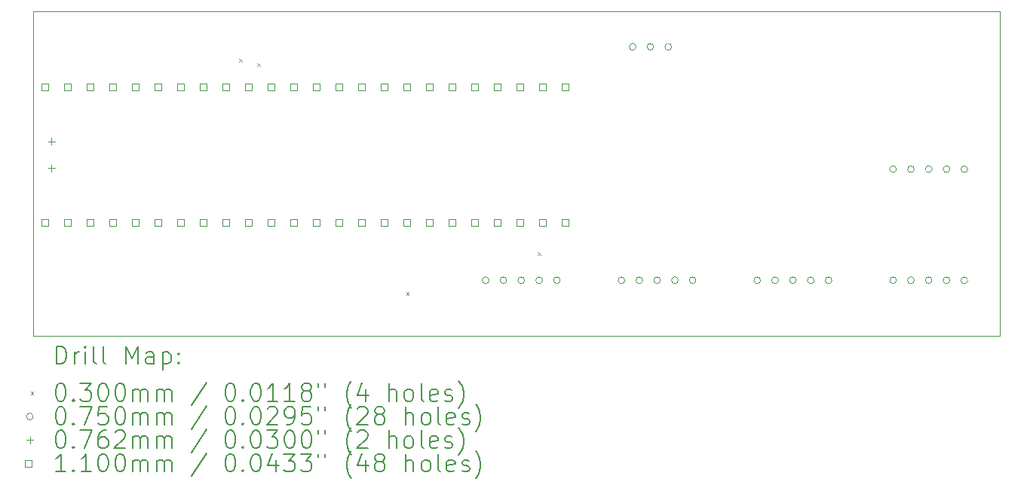
<source format=gbr>
%TF.GenerationSoftware,KiCad,Pcbnew,8.0.0*%
%TF.CreationDate,2025-02-04T21:38:55+01:00*%
%TF.ProjectId,ni404,6e693430-342e-46b6-9963-61645f706362,rev?*%
%TF.SameCoordinates,Original*%
%TF.FileFunction,Drillmap*%
%TF.FilePolarity,Positive*%
%FSLAX45Y45*%
G04 Gerber Fmt 4.5, Leading zero omitted, Abs format (unit mm)*
G04 Created by KiCad (PCBNEW 8.0.0) date 2025-02-04 21:38:55*
%MOMM*%
%LPD*%
G01*
G04 APERTURE LIST*
%ADD10C,0.050000*%
%ADD11C,0.200000*%
%ADD12C,0.100000*%
%ADD13C,0.110000*%
G04 APERTURE END LIST*
D10*
X3098000Y-2504000D02*
X13948000Y-2504000D01*
X13948000Y-6150000D01*
X3098000Y-6150000D01*
X3098000Y-2504000D01*
D11*
D12*
X5410000Y-3035000D02*
X5440000Y-3065000D01*
X5440000Y-3035000D02*
X5410000Y-3065000D01*
X5610000Y-3085000D02*
X5640000Y-3115000D01*
X5640000Y-3085000D02*
X5610000Y-3115000D01*
X7285000Y-5660000D02*
X7315000Y-5690000D01*
X7315000Y-5660000D02*
X7285000Y-5690000D01*
X8760000Y-5210000D02*
X8790000Y-5240000D01*
X8790000Y-5210000D02*
X8760000Y-5240000D01*
X8212500Y-5525000D02*
G75*
G02*
X8137500Y-5525000I-37500J0D01*
G01*
X8137500Y-5525000D02*
G75*
G02*
X8212500Y-5525000I37500J0D01*
G01*
X8412500Y-5525000D02*
G75*
G02*
X8337500Y-5525000I-37500J0D01*
G01*
X8337500Y-5525000D02*
G75*
G02*
X8412500Y-5525000I37500J0D01*
G01*
X8612500Y-5525000D02*
G75*
G02*
X8537500Y-5525000I-37500J0D01*
G01*
X8537500Y-5525000D02*
G75*
G02*
X8612500Y-5525000I37500J0D01*
G01*
X8812500Y-5525000D02*
G75*
G02*
X8737500Y-5525000I-37500J0D01*
G01*
X8737500Y-5525000D02*
G75*
G02*
X8812500Y-5525000I37500J0D01*
G01*
X9012500Y-5525000D02*
G75*
G02*
X8937500Y-5525000I-37500J0D01*
G01*
X8937500Y-5525000D02*
G75*
G02*
X9012500Y-5525000I37500J0D01*
G01*
X9737500Y-5525000D02*
G75*
G02*
X9662500Y-5525000I-37500J0D01*
G01*
X9662500Y-5525000D02*
G75*
G02*
X9737500Y-5525000I37500J0D01*
G01*
X9862500Y-2900000D02*
G75*
G02*
X9787500Y-2900000I-37500J0D01*
G01*
X9787500Y-2900000D02*
G75*
G02*
X9862500Y-2900000I37500J0D01*
G01*
X9937500Y-5525000D02*
G75*
G02*
X9862500Y-5525000I-37500J0D01*
G01*
X9862500Y-5525000D02*
G75*
G02*
X9937500Y-5525000I37500J0D01*
G01*
X10062500Y-2900000D02*
G75*
G02*
X9987500Y-2900000I-37500J0D01*
G01*
X9987500Y-2900000D02*
G75*
G02*
X10062500Y-2900000I37500J0D01*
G01*
X10137500Y-5525000D02*
G75*
G02*
X10062500Y-5525000I-37500J0D01*
G01*
X10062500Y-5525000D02*
G75*
G02*
X10137500Y-5525000I37500J0D01*
G01*
X10262500Y-2900000D02*
G75*
G02*
X10187500Y-2900000I-37500J0D01*
G01*
X10187500Y-2900000D02*
G75*
G02*
X10262500Y-2900000I37500J0D01*
G01*
X10337500Y-5525000D02*
G75*
G02*
X10262500Y-5525000I-37500J0D01*
G01*
X10262500Y-5525000D02*
G75*
G02*
X10337500Y-5525000I37500J0D01*
G01*
X10537500Y-5525000D02*
G75*
G02*
X10462500Y-5525000I-37500J0D01*
G01*
X10462500Y-5525000D02*
G75*
G02*
X10537500Y-5525000I37500J0D01*
G01*
X11262500Y-5525000D02*
G75*
G02*
X11187500Y-5525000I-37500J0D01*
G01*
X11187500Y-5525000D02*
G75*
G02*
X11262500Y-5525000I37500J0D01*
G01*
X11462500Y-5525000D02*
G75*
G02*
X11387500Y-5525000I-37500J0D01*
G01*
X11387500Y-5525000D02*
G75*
G02*
X11462500Y-5525000I37500J0D01*
G01*
X11662500Y-5525000D02*
G75*
G02*
X11587500Y-5525000I-37500J0D01*
G01*
X11587500Y-5525000D02*
G75*
G02*
X11662500Y-5525000I37500J0D01*
G01*
X11862500Y-5525000D02*
G75*
G02*
X11787500Y-5525000I-37500J0D01*
G01*
X11787500Y-5525000D02*
G75*
G02*
X11862500Y-5525000I37500J0D01*
G01*
X12062500Y-5525000D02*
G75*
G02*
X11987500Y-5525000I-37500J0D01*
G01*
X11987500Y-5525000D02*
G75*
G02*
X12062500Y-5525000I37500J0D01*
G01*
X12787500Y-4275000D02*
G75*
G02*
X12712500Y-4275000I-37500J0D01*
G01*
X12712500Y-4275000D02*
G75*
G02*
X12787500Y-4275000I37500J0D01*
G01*
X12787500Y-5525000D02*
G75*
G02*
X12712500Y-5525000I-37500J0D01*
G01*
X12712500Y-5525000D02*
G75*
G02*
X12787500Y-5525000I37500J0D01*
G01*
X12987500Y-4275000D02*
G75*
G02*
X12912500Y-4275000I-37500J0D01*
G01*
X12912500Y-4275000D02*
G75*
G02*
X12987500Y-4275000I37500J0D01*
G01*
X12987500Y-5525000D02*
G75*
G02*
X12912500Y-5525000I-37500J0D01*
G01*
X12912500Y-5525000D02*
G75*
G02*
X12987500Y-5525000I37500J0D01*
G01*
X13187500Y-4275000D02*
G75*
G02*
X13112500Y-4275000I-37500J0D01*
G01*
X13112500Y-4275000D02*
G75*
G02*
X13187500Y-4275000I37500J0D01*
G01*
X13187500Y-5525000D02*
G75*
G02*
X13112500Y-5525000I-37500J0D01*
G01*
X13112500Y-5525000D02*
G75*
G02*
X13187500Y-5525000I37500J0D01*
G01*
X13387500Y-4275000D02*
G75*
G02*
X13312500Y-4275000I-37500J0D01*
G01*
X13312500Y-4275000D02*
G75*
G02*
X13387500Y-4275000I37500J0D01*
G01*
X13387500Y-5525000D02*
G75*
G02*
X13312500Y-5525000I-37500J0D01*
G01*
X13312500Y-5525000D02*
G75*
G02*
X13387500Y-5525000I37500J0D01*
G01*
X13587500Y-4275000D02*
G75*
G02*
X13512500Y-4275000I-37500J0D01*
G01*
X13512500Y-4275000D02*
G75*
G02*
X13587500Y-4275000I37500J0D01*
G01*
X13587500Y-5525000D02*
G75*
G02*
X13512500Y-5525000I-37500J0D01*
G01*
X13512500Y-5525000D02*
G75*
G02*
X13587500Y-5525000I37500J0D01*
G01*
X3300000Y-3923900D02*
X3300000Y-4000100D01*
X3261900Y-3962000D02*
X3338100Y-3962000D01*
X3300000Y-4223900D02*
X3300000Y-4300100D01*
X3261900Y-4262000D02*
X3338100Y-4262000D01*
D13*
X3267891Y-3388891D02*
X3267891Y-3311109D01*
X3190109Y-3311109D01*
X3190109Y-3388891D01*
X3267891Y-3388891D01*
X3267891Y-4912891D02*
X3267891Y-4835109D01*
X3190109Y-4835109D01*
X3190109Y-4912891D01*
X3267891Y-4912891D01*
X3521891Y-3388891D02*
X3521891Y-3311109D01*
X3444109Y-3311109D01*
X3444109Y-3388891D01*
X3521891Y-3388891D01*
X3521891Y-4912891D02*
X3521891Y-4835109D01*
X3444109Y-4835109D01*
X3444109Y-4912891D01*
X3521891Y-4912891D01*
X3775891Y-3388891D02*
X3775891Y-3311109D01*
X3698109Y-3311109D01*
X3698109Y-3388891D01*
X3775891Y-3388891D01*
X3775891Y-4912891D02*
X3775891Y-4835109D01*
X3698109Y-4835109D01*
X3698109Y-4912891D01*
X3775891Y-4912891D01*
X4029891Y-3388891D02*
X4029891Y-3311109D01*
X3952109Y-3311109D01*
X3952109Y-3388891D01*
X4029891Y-3388891D01*
X4029891Y-4912891D02*
X4029891Y-4835109D01*
X3952109Y-4835109D01*
X3952109Y-4912891D01*
X4029891Y-4912891D01*
X4283891Y-3388891D02*
X4283891Y-3311109D01*
X4206109Y-3311109D01*
X4206109Y-3388891D01*
X4283891Y-3388891D01*
X4283891Y-4912891D02*
X4283891Y-4835109D01*
X4206109Y-4835109D01*
X4206109Y-4912891D01*
X4283891Y-4912891D01*
X4537891Y-3388891D02*
X4537891Y-3311109D01*
X4460109Y-3311109D01*
X4460109Y-3388891D01*
X4537891Y-3388891D01*
X4537891Y-4912891D02*
X4537891Y-4835109D01*
X4460109Y-4835109D01*
X4460109Y-4912891D01*
X4537891Y-4912891D01*
X4791891Y-3388891D02*
X4791891Y-3311109D01*
X4714109Y-3311109D01*
X4714109Y-3388891D01*
X4791891Y-3388891D01*
X4791891Y-4912891D02*
X4791891Y-4835109D01*
X4714109Y-4835109D01*
X4714109Y-4912891D01*
X4791891Y-4912891D01*
X5045891Y-3388891D02*
X5045891Y-3311109D01*
X4968109Y-3311109D01*
X4968109Y-3388891D01*
X5045891Y-3388891D01*
X5045891Y-4912891D02*
X5045891Y-4835109D01*
X4968109Y-4835109D01*
X4968109Y-4912891D01*
X5045891Y-4912891D01*
X5299891Y-3388891D02*
X5299891Y-3311109D01*
X5222109Y-3311109D01*
X5222109Y-3388891D01*
X5299891Y-3388891D01*
X5299891Y-4912891D02*
X5299891Y-4835109D01*
X5222109Y-4835109D01*
X5222109Y-4912891D01*
X5299891Y-4912891D01*
X5553891Y-3388891D02*
X5553891Y-3311109D01*
X5476109Y-3311109D01*
X5476109Y-3388891D01*
X5553891Y-3388891D01*
X5553891Y-4912891D02*
X5553891Y-4835109D01*
X5476109Y-4835109D01*
X5476109Y-4912891D01*
X5553891Y-4912891D01*
X5807891Y-3388891D02*
X5807891Y-3311109D01*
X5730109Y-3311109D01*
X5730109Y-3388891D01*
X5807891Y-3388891D01*
X5807891Y-4912891D02*
X5807891Y-4835109D01*
X5730109Y-4835109D01*
X5730109Y-4912891D01*
X5807891Y-4912891D01*
X6061891Y-3388891D02*
X6061891Y-3311109D01*
X5984109Y-3311109D01*
X5984109Y-3388891D01*
X6061891Y-3388891D01*
X6061891Y-4912891D02*
X6061891Y-4835109D01*
X5984109Y-4835109D01*
X5984109Y-4912891D01*
X6061891Y-4912891D01*
X6315891Y-3388891D02*
X6315891Y-3311109D01*
X6238109Y-3311109D01*
X6238109Y-3388891D01*
X6315891Y-3388891D01*
X6315891Y-4912891D02*
X6315891Y-4835109D01*
X6238109Y-4835109D01*
X6238109Y-4912891D01*
X6315891Y-4912891D01*
X6569891Y-3388891D02*
X6569891Y-3311109D01*
X6492109Y-3311109D01*
X6492109Y-3388891D01*
X6569891Y-3388891D01*
X6569891Y-4912891D02*
X6569891Y-4835109D01*
X6492109Y-4835109D01*
X6492109Y-4912891D01*
X6569891Y-4912891D01*
X6823891Y-3388891D02*
X6823891Y-3311109D01*
X6746109Y-3311109D01*
X6746109Y-3388891D01*
X6823891Y-3388891D01*
X6823891Y-4912891D02*
X6823891Y-4835109D01*
X6746109Y-4835109D01*
X6746109Y-4912891D01*
X6823891Y-4912891D01*
X7077891Y-3388891D02*
X7077891Y-3311109D01*
X7000109Y-3311109D01*
X7000109Y-3388891D01*
X7077891Y-3388891D01*
X7077891Y-4912891D02*
X7077891Y-4835109D01*
X7000109Y-4835109D01*
X7000109Y-4912891D01*
X7077891Y-4912891D01*
X7331891Y-3388891D02*
X7331891Y-3311109D01*
X7254109Y-3311109D01*
X7254109Y-3388891D01*
X7331891Y-3388891D01*
X7331891Y-4912891D02*
X7331891Y-4835109D01*
X7254109Y-4835109D01*
X7254109Y-4912891D01*
X7331891Y-4912891D01*
X7585891Y-3388891D02*
X7585891Y-3311109D01*
X7508109Y-3311109D01*
X7508109Y-3388891D01*
X7585891Y-3388891D01*
X7585891Y-4912891D02*
X7585891Y-4835109D01*
X7508109Y-4835109D01*
X7508109Y-4912891D01*
X7585891Y-4912891D01*
X7839891Y-3388891D02*
X7839891Y-3311109D01*
X7762109Y-3311109D01*
X7762109Y-3388891D01*
X7839891Y-3388891D01*
X7839891Y-4912891D02*
X7839891Y-4835109D01*
X7762109Y-4835109D01*
X7762109Y-4912891D01*
X7839891Y-4912891D01*
X8093891Y-3388891D02*
X8093891Y-3311109D01*
X8016109Y-3311109D01*
X8016109Y-3388891D01*
X8093891Y-3388891D01*
X8093891Y-4912891D02*
X8093891Y-4835109D01*
X8016109Y-4835109D01*
X8016109Y-4912891D01*
X8093891Y-4912891D01*
X8347891Y-3388891D02*
X8347891Y-3311109D01*
X8270109Y-3311109D01*
X8270109Y-3388891D01*
X8347891Y-3388891D01*
X8347891Y-4912891D02*
X8347891Y-4835109D01*
X8270109Y-4835109D01*
X8270109Y-4912891D01*
X8347891Y-4912891D01*
X8601891Y-3388891D02*
X8601891Y-3311109D01*
X8524109Y-3311109D01*
X8524109Y-3388891D01*
X8601891Y-3388891D01*
X8601891Y-4912891D02*
X8601891Y-4835109D01*
X8524109Y-4835109D01*
X8524109Y-4912891D01*
X8601891Y-4912891D01*
X8855891Y-3388891D02*
X8855891Y-3311109D01*
X8778109Y-3311109D01*
X8778109Y-3388891D01*
X8855891Y-3388891D01*
X8855891Y-4912891D02*
X8855891Y-4835109D01*
X8778109Y-4835109D01*
X8778109Y-4912891D01*
X8855891Y-4912891D01*
X9109891Y-3388891D02*
X9109891Y-3311109D01*
X9032109Y-3311109D01*
X9032109Y-3388891D01*
X9109891Y-3388891D01*
X9109891Y-4912891D02*
X9109891Y-4835109D01*
X9032109Y-4835109D01*
X9032109Y-4912891D01*
X9109891Y-4912891D01*
D11*
X3356277Y-6463984D02*
X3356277Y-6263984D01*
X3356277Y-6263984D02*
X3403896Y-6263984D01*
X3403896Y-6263984D02*
X3432467Y-6273508D01*
X3432467Y-6273508D02*
X3451515Y-6292555D01*
X3451515Y-6292555D02*
X3461039Y-6311603D01*
X3461039Y-6311603D02*
X3470562Y-6349698D01*
X3470562Y-6349698D02*
X3470562Y-6378269D01*
X3470562Y-6378269D02*
X3461039Y-6416365D01*
X3461039Y-6416365D02*
X3451515Y-6435412D01*
X3451515Y-6435412D02*
X3432467Y-6454460D01*
X3432467Y-6454460D02*
X3403896Y-6463984D01*
X3403896Y-6463984D02*
X3356277Y-6463984D01*
X3556277Y-6463984D02*
X3556277Y-6330650D01*
X3556277Y-6368746D02*
X3565801Y-6349698D01*
X3565801Y-6349698D02*
X3575324Y-6340174D01*
X3575324Y-6340174D02*
X3594372Y-6330650D01*
X3594372Y-6330650D02*
X3613420Y-6330650D01*
X3680086Y-6463984D02*
X3680086Y-6330650D01*
X3680086Y-6263984D02*
X3670562Y-6273508D01*
X3670562Y-6273508D02*
X3680086Y-6283031D01*
X3680086Y-6283031D02*
X3689610Y-6273508D01*
X3689610Y-6273508D02*
X3680086Y-6263984D01*
X3680086Y-6263984D02*
X3680086Y-6283031D01*
X3803896Y-6463984D02*
X3784848Y-6454460D01*
X3784848Y-6454460D02*
X3775324Y-6435412D01*
X3775324Y-6435412D02*
X3775324Y-6263984D01*
X3908658Y-6463984D02*
X3889610Y-6454460D01*
X3889610Y-6454460D02*
X3880086Y-6435412D01*
X3880086Y-6435412D02*
X3880086Y-6263984D01*
X4137229Y-6463984D02*
X4137229Y-6263984D01*
X4137229Y-6263984D02*
X4203896Y-6406841D01*
X4203896Y-6406841D02*
X4270563Y-6263984D01*
X4270563Y-6263984D02*
X4270563Y-6463984D01*
X4451515Y-6463984D02*
X4451515Y-6359222D01*
X4451515Y-6359222D02*
X4441991Y-6340174D01*
X4441991Y-6340174D02*
X4422944Y-6330650D01*
X4422944Y-6330650D02*
X4384848Y-6330650D01*
X4384848Y-6330650D02*
X4365801Y-6340174D01*
X4451515Y-6454460D02*
X4432467Y-6463984D01*
X4432467Y-6463984D02*
X4384848Y-6463984D01*
X4384848Y-6463984D02*
X4365801Y-6454460D01*
X4365801Y-6454460D02*
X4356277Y-6435412D01*
X4356277Y-6435412D02*
X4356277Y-6416365D01*
X4356277Y-6416365D02*
X4365801Y-6397317D01*
X4365801Y-6397317D02*
X4384848Y-6387793D01*
X4384848Y-6387793D02*
X4432467Y-6387793D01*
X4432467Y-6387793D02*
X4451515Y-6378269D01*
X4546753Y-6330650D02*
X4546753Y-6530650D01*
X4546753Y-6340174D02*
X4565801Y-6330650D01*
X4565801Y-6330650D02*
X4603896Y-6330650D01*
X4603896Y-6330650D02*
X4622944Y-6340174D01*
X4622944Y-6340174D02*
X4632467Y-6349698D01*
X4632467Y-6349698D02*
X4641991Y-6368746D01*
X4641991Y-6368746D02*
X4641991Y-6425888D01*
X4641991Y-6425888D02*
X4632467Y-6444936D01*
X4632467Y-6444936D02*
X4622944Y-6454460D01*
X4622944Y-6454460D02*
X4603896Y-6463984D01*
X4603896Y-6463984D02*
X4565801Y-6463984D01*
X4565801Y-6463984D02*
X4546753Y-6454460D01*
X4727705Y-6444936D02*
X4737229Y-6454460D01*
X4737229Y-6454460D02*
X4727705Y-6463984D01*
X4727705Y-6463984D02*
X4718182Y-6454460D01*
X4718182Y-6454460D02*
X4727705Y-6444936D01*
X4727705Y-6444936D02*
X4727705Y-6463984D01*
X4727705Y-6340174D02*
X4737229Y-6349698D01*
X4737229Y-6349698D02*
X4727705Y-6359222D01*
X4727705Y-6359222D02*
X4718182Y-6349698D01*
X4718182Y-6349698D02*
X4727705Y-6340174D01*
X4727705Y-6340174D02*
X4727705Y-6359222D01*
D12*
X3065500Y-6777500D02*
X3095500Y-6807500D01*
X3095500Y-6777500D02*
X3065500Y-6807500D01*
D11*
X3394372Y-6683984D02*
X3413420Y-6683984D01*
X3413420Y-6683984D02*
X3432467Y-6693508D01*
X3432467Y-6693508D02*
X3441991Y-6703031D01*
X3441991Y-6703031D02*
X3451515Y-6722079D01*
X3451515Y-6722079D02*
X3461039Y-6760174D01*
X3461039Y-6760174D02*
X3461039Y-6807793D01*
X3461039Y-6807793D02*
X3451515Y-6845888D01*
X3451515Y-6845888D02*
X3441991Y-6864936D01*
X3441991Y-6864936D02*
X3432467Y-6874460D01*
X3432467Y-6874460D02*
X3413420Y-6883984D01*
X3413420Y-6883984D02*
X3394372Y-6883984D01*
X3394372Y-6883984D02*
X3375324Y-6874460D01*
X3375324Y-6874460D02*
X3365801Y-6864936D01*
X3365801Y-6864936D02*
X3356277Y-6845888D01*
X3356277Y-6845888D02*
X3346753Y-6807793D01*
X3346753Y-6807793D02*
X3346753Y-6760174D01*
X3346753Y-6760174D02*
X3356277Y-6722079D01*
X3356277Y-6722079D02*
X3365801Y-6703031D01*
X3365801Y-6703031D02*
X3375324Y-6693508D01*
X3375324Y-6693508D02*
X3394372Y-6683984D01*
X3546753Y-6864936D02*
X3556277Y-6874460D01*
X3556277Y-6874460D02*
X3546753Y-6883984D01*
X3546753Y-6883984D02*
X3537229Y-6874460D01*
X3537229Y-6874460D02*
X3546753Y-6864936D01*
X3546753Y-6864936D02*
X3546753Y-6883984D01*
X3622943Y-6683984D02*
X3746753Y-6683984D01*
X3746753Y-6683984D02*
X3680086Y-6760174D01*
X3680086Y-6760174D02*
X3708658Y-6760174D01*
X3708658Y-6760174D02*
X3727705Y-6769698D01*
X3727705Y-6769698D02*
X3737229Y-6779222D01*
X3737229Y-6779222D02*
X3746753Y-6798269D01*
X3746753Y-6798269D02*
X3746753Y-6845888D01*
X3746753Y-6845888D02*
X3737229Y-6864936D01*
X3737229Y-6864936D02*
X3727705Y-6874460D01*
X3727705Y-6874460D02*
X3708658Y-6883984D01*
X3708658Y-6883984D02*
X3651515Y-6883984D01*
X3651515Y-6883984D02*
X3632467Y-6874460D01*
X3632467Y-6874460D02*
X3622943Y-6864936D01*
X3870562Y-6683984D02*
X3889610Y-6683984D01*
X3889610Y-6683984D02*
X3908658Y-6693508D01*
X3908658Y-6693508D02*
X3918182Y-6703031D01*
X3918182Y-6703031D02*
X3927705Y-6722079D01*
X3927705Y-6722079D02*
X3937229Y-6760174D01*
X3937229Y-6760174D02*
X3937229Y-6807793D01*
X3937229Y-6807793D02*
X3927705Y-6845888D01*
X3927705Y-6845888D02*
X3918182Y-6864936D01*
X3918182Y-6864936D02*
X3908658Y-6874460D01*
X3908658Y-6874460D02*
X3889610Y-6883984D01*
X3889610Y-6883984D02*
X3870562Y-6883984D01*
X3870562Y-6883984D02*
X3851515Y-6874460D01*
X3851515Y-6874460D02*
X3841991Y-6864936D01*
X3841991Y-6864936D02*
X3832467Y-6845888D01*
X3832467Y-6845888D02*
X3822943Y-6807793D01*
X3822943Y-6807793D02*
X3822943Y-6760174D01*
X3822943Y-6760174D02*
X3832467Y-6722079D01*
X3832467Y-6722079D02*
X3841991Y-6703031D01*
X3841991Y-6703031D02*
X3851515Y-6693508D01*
X3851515Y-6693508D02*
X3870562Y-6683984D01*
X4061039Y-6683984D02*
X4080086Y-6683984D01*
X4080086Y-6683984D02*
X4099134Y-6693508D01*
X4099134Y-6693508D02*
X4108658Y-6703031D01*
X4108658Y-6703031D02*
X4118182Y-6722079D01*
X4118182Y-6722079D02*
X4127705Y-6760174D01*
X4127705Y-6760174D02*
X4127705Y-6807793D01*
X4127705Y-6807793D02*
X4118182Y-6845888D01*
X4118182Y-6845888D02*
X4108658Y-6864936D01*
X4108658Y-6864936D02*
X4099134Y-6874460D01*
X4099134Y-6874460D02*
X4080086Y-6883984D01*
X4080086Y-6883984D02*
X4061039Y-6883984D01*
X4061039Y-6883984D02*
X4041991Y-6874460D01*
X4041991Y-6874460D02*
X4032467Y-6864936D01*
X4032467Y-6864936D02*
X4022943Y-6845888D01*
X4022943Y-6845888D02*
X4013420Y-6807793D01*
X4013420Y-6807793D02*
X4013420Y-6760174D01*
X4013420Y-6760174D02*
X4022943Y-6722079D01*
X4022943Y-6722079D02*
X4032467Y-6703031D01*
X4032467Y-6703031D02*
X4041991Y-6693508D01*
X4041991Y-6693508D02*
X4061039Y-6683984D01*
X4213420Y-6883984D02*
X4213420Y-6750650D01*
X4213420Y-6769698D02*
X4222944Y-6760174D01*
X4222944Y-6760174D02*
X4241991Y-6750650D01*
X4241991Y-6750650D02*
X4270563Y-6750650D01*
X4270563Y-6750650D02*
X4289610Y-6760174D01*
X4289610Y-6760174D02*
X4299134Y-6779222D01*
X4299134Y-6779222D02*
X4299134Y-6883984D01*
X4299134Y-6779222D02*
X4308658Y-6760174D01*
X4308658Y-6760174D02*
X4327705Y-6750650D01*
X4327705Y-6750650D02*
X4356277Y-6750650D01*
X4356277Y-6750650D02*
X4375325Y-6760174D01*
X4375325Y-6760174D02*
X4384848Y-6779222D01*
X4384848Y-6779222D02*
X4384848Y-6883984D01*
X4480086Y-6883984D02*
X4480086Y-6750650D01*
X4480086Y-6769698D02*
X4489610Y-6760174D01*
X4489610Y-6760174D02*
X4508658Y-6750650D01*
X4508658Y-6750650D02*
X4537229Y-6750650D01*
X4537229Y-6750650D02*
X4556277Y-6760174D01*
X4556277Y-6760174D02*
X4565801Y-6779222D01*
X4565801Y-6779222D02*
X4565801Y-6883984D01*
X4565801Y-6779222D02*
X4575325Y-6760174D01*
X4575325Y-6760174D02*
X4594372Y-6750650D01*
X4594372Y-6750650D02*
X4622944Y-6750650D01*
X4622944Y-6750650D02*
X4641991Y-6760174D01*
X4641991Y-6760174D02*
X4651515Y-6779222D01*
X4651515Y-6779222D02*
X4651515Y-6883984D01*
X5041991Y-6674460D02*
X4870563Y-6931603D01*
X5299134Y-6683984D02*
X5318182Y-6683984D01*
X5318182Y-6683984D02*
X5337229Y-6693508D01*
X5337229Y-6693508D02*
X5346753Y-6703031D01*
X5346753Y-6703031D02*
X5356277Y-6722079D01*
X5356277Y-6722079D02*
X5365801Y-6760174D01*
X5365801Y-6760174D02*
X5365801Y-6807793D01*
X5365801Y-6807793D02*
X5356277Y-6845888D01*
X5356277Y-6845888D02*
X5346753Y-6864936D01*
X5346753Y-6864936D02*
X5337229Y-6874460D01*
X5337229Y-6874460D02*
X5318182Y-6883984D01*
X5318182Y-6883984D02*
X5299134Y-6883984D01*
X5299134Y-6883984D02*
X5280087Y-6874460D01*
X5280087Y-6874460D02*
X5270563Y-6864936D01*
X5270563Y-6864936D02*
X5261039Y-6845888D01*
X5261039Y-6845888D02*
X5251515Y-6807793D01*
X5251515Y-6807793D02*
X5251515Y-6760174D01*
X5251515Y-6760174D02*
X5261039Y-6722079D01*
X5261039Y-6722079D02*
X5270563Y-6703031D01*
X5270563Y-6703031D02*
X5280087Y-6693508D01*
X5280087Y-6693508D02*
X5299134Y-6683984D01*
X5451515Y-6864936D02*
X5461039Y-6874460D01*
X5461039Y-6874460D02*
X5451515Y-6883984D01*
X5451515Y-6883984D02*
X5441991Y-6874460D01*
X5441991Y-6874460D02*
X5451515Y-6864936D01*
X5451515Y-6864936D02*
X5451515Y-6883984D01*
X5584848Y-6683984D02*
X5603896Y-6683984D01*
X5603896Y-6683984D02*
X5622944Y-6693508D01*
X5622944Y-6693508D02*
X5632467Y-6703031D01*
X5632467Y-6703031D02*
X5641991Y-6722079D01*
X5641991Y-6722079D02*
X5651515Y-6760174D01*
X5651515Y-6760174D02*
X5651515Y-6807793D01*
X5651515Y-6807793D02*
X5641991Y-6845888D01*
X5641991Y-6845888D02*
X5632467Y-6864936D01*
X5632467Y-6864936D02*
X5622944Y-6874460D01*
X5622944Y-6874460D02*
X5603896Y-6883984D01*
X5603896Y-6883984D02*
X5584848Y-6883984D01*
X5584848Y-6883984D02*
X5565801Y-6874460D01*
X5565801Y-6874460D02*
X5556277Y-6864936D01*
X5556277Y-6864936D02*
X5546753Y-6845888D01*
X5546753Y-6845888D02*
X5537229Y-6807793D01*
X5537229Y-6807793D02*
X5537229Y-6760174D01*
X5537229Y-6760174D02*
X5546753Y-6722079D01*
X5546753Y-6722079D02*
X5556277Y-6703031D01*
X5556277Y-6703031D02*
X5565801Y-6693508D01*
X5565801Y-6693508D02*
X5584848Y-6683984D01*
X5841991Y-6883984D02*
X5727706Y-6883984D01*
X5784848Y-6883984D02*
X5784848Y-6683984D01*
X5784848Y-6683984D02*
X5765801Y-6712555D01*
X5765801Y-6712555D02*
X5746753Y-6731603D01*
X5746753Y-6731603D02*
X5727706Y-6741127D01*
X6032467Y-6883984D02*
X5918182Y-6883984D01*
X5975325Y-6883984D02*
X5975325Y-6683984D01*
X5975325Y-6683984D02*
X5956277Y-6712555D01*
X5956277Y-6712555D02*
X5937229Y-6731603D01*
X5937229Y-6731603D02*
X5918182Y-6741127D01*
X6146753Y-6769698D02*
X6127706Y-6760174D01*
X6127706Y-6760174D02*
X6118182Y-6750650D01*
X6118182Y-6750650D02*
X6108658Y-6731603D01*
X6108658Y-6731603D02*
X6108658Y-6722079D01*
X6108658Y-6722079D02*
X6118182Y-6703031D01*
X6118182Y-6703031D02*
X6127706Y-6693508D01*
X6127706Y-6693508D02*
X6146753Y-6683984D01*
X6146753Y-6683984D02*
X6184848Y-6683984D01*
X6184848Y-6683984D02*
X6203896Y-6693508D01*
X6203896Y-6693508D02*
X6213420Y-6703031D01*
X6213420Y-6703031D02*
X6222944Y-6722079D01*
X6222944Y-6722079D02*
X6222944Y-6731603D01*
X6222944Y-6731603D02*
X6213420Y-6750650D01*
X6213420Y-6750650D02*
X6203896Y-6760174D01*
X6203896Y-6760174D02*
X6184848Y-6769698D01*
X6184848Y-6769698D02*
X6146753Y-6769698D01*
X6146753Y-6769698D02*
X6127706Y-6779222D01*
X6127706Y-6779222D02*
X6118182Y-6788746D01*
X6118182Y-6788746D02*
X6108658Y-6807793D01*
X6108658Y-6807793D02*
X6108658Y-6845888D01*
X6108658Y-6845888D02*
X6118182Y-6864936D01*
X6118182Y-6864936D02*
X6127706Y-6874460D01*
X6127706Y-6874460D02*
X6146753Y-6883984D01*
X6146753Y-6883984D02*
X6184848Y-6883984D01*
X6184848Y-6883984D02*
X6203896Y-6874460D01*
X6203896Y-6874460D02*
X6213420Y-6864936D01*
X6213420Y-6864936D02*
X6222944Y-6845888D01*
X6222944Y-6845888D02*
X6222944Y-6807793D01*
X6222944Y-6807793D02*
X6213420Y-6788746D01*
X6213420Y-6788746D02*
X6203896Y-6779222D01*
X6203896Y-6779222D02*
X6184848Y-6769698D01*
X6299134Y-6683984D02*
X6299134Y-6722079D01*
X6375325Y-6683984D02*
X6375325Y-6722079D01*
X6670563Y-6960174D02*
X6661039Y-6950650D01*
X6661039Y-6950650D02*
X6641991Y-6922079D01*
X6641991Y-6922079D02*
X6632468Y-6903031D01*
X6632468Y-6903031D02*
X6622944Y-6874460D01*
X6622944Y-6874460D02*
X6613420Y-6826841D01*
X6613420Y-6826841D02*
X6613420Y-6788746D01*
X6613420Y-6788746D02*
X6622944Y-6741127D01*
X6622944Y-6741127D02*
X6632468Y-6712555D01*
X6632468Y-6712555D02*
X6641991Y-6693508D01*
X6641991Y-6693508D02*
X6661039Y-6664936D01*
X6661039Y-6664936D02*
X6670563Y-6655412D01*
X6832468Y-6750650D02*
X6832468Y-6883984D01*
X6784848Y-6674460D02*
X6737229Y-6817317D01*
X6737229Y-6817317D02*
X6861039Y-6817317D01*
X7089610Y-6883984D02*
X7089610Y-6683984D01*
X7175325Y-6883984D02*
X7175325Y-6779222D01*
X7175325Y-6779222D02*
X7165801Y-6760174D01*
X7165801Y-6760174D02*
X7146753Y-6750650D01*
X7146753Y-6750650D02*
X7118182Y-6750650D01*
X7118182Y-6750650D02*
X7099134Y-6760174D01*
X7099134Y-6760174D02*
X7089610Y-6769698D01*
X7299134Y-6883984D02*
X7280087Y-6874460D01*
X7280087Y-6874460D02*
X7270563Y-6864936D01*
X7270563Y-6864936D02*
X7261039Y-6845888D01*
X7261039Y-6845888D02*
X7261039Y-6788746D01*
X7261039Y-6788746D02*
X7270563Y-6769698D01*
X7270563Y-6769698D02*
X7280087Y-6760174D01*
X7280087Y-6760174D02*
X7299134Y-6750650D01*
X7299134Y-6750650D02*
X7327706Y-6750650D01*
X7327706Y-6750650D02*
X7346753Y-6760174D01*
X7346753Y-6760174D02*
X7356277Y-6769698D01*
X7356277Y-6769698D02*
X7365801Y-6788746D01*
X7365801Y-6788746D02*
X7365801Y-6845888D01*
X7365801Y-6845888D02*
X7356277Y-6864936D01*
X7356277Y-6864936D02*
X7346753Y-6874460D01*
X7346753Y-6874460D02*
X7327706Y-6883984D01*
X7327706Y-6883984D02*
X7299134Y-6883984D01*
X7480087Y-6883984D02*
X7461039Y-6874460D01*
X7461039Y-6874460D02*
X7451515Y-6855412D01*
X7451515Y-6855412D02*
X7451515Y-6683984D01*
X7632468Y-6874460D02*
X7613420Y-6883984D01*
X7613420Y-6883984D02*
X7575325Y-6883984D01*
X7575325Y-6883984D02*
X7556277Y-6874460D01*
X7556277Y-6874460D02*
X7546753Y-6855412D01*
X7546753Y-6855412D02*
X7546753Y-6779222D01*
X7546753Y-6779222D02*
X7556277Y-6760174D01*
X7556277Y-6760174D02*
X7575325Y-6750650D01*
X7575325Y-6750650D02*
X7613420Y-6750650D01*
X7613420Y-6750650D02*
X7632468Y-6760174D01*
X7632468Y-6760174D02*
X7641991Y-6779222D01*
X7641991Y-6779222D02*
X7641991Y-6798269D01*
X7641991Y-6798269D02*
X7546753Y-6817317D01*
X7718182Y-6874460D02*
X7737230Y-6883984D01*
X7737230Y-6883984D02*
X7775325Y-6883984D01*
X7775325Y-6883984D02*
X7794372Y-6874460D01*
X7794372Y-6874460D02*
X7803896Y-6855412D01*
X7803896Y-6855412D02*
X7803896Y-6845888D01*
X7803896Y-6845888D02*
X7794372Y-6826841D01*
X7794372Y-6826841D02*
X7775325Y-6817317D01*
X7775325Y-6817317D02*
X7746753Y-6817317D01*
X7746753Y-6817317D02*
X7727706Y-6807793D01*
X7727706Y-6807793D02*
X7718182Y-6788746D01*
X7718182Y-6788746D02*
X7718182Y-6779222D01*
X7718182Y-6779222D02*
X7727706Y-6760174D01*
X7727706Y-6760174D02*
X7746753Y-6750650D01*
X7746753Y-6750650D02*
X7775325Y-6750650D01*
X7775325Y-6750650D02*
X7794372Y-6760174D01*
X7870563Y-6960174D02*
X7880087Y-6950650D01*
X7880087Y-6950650D02*
X7899134Y-6922079D01*
X7899134Y-6922079D02*
X7908658Y-6903031D01*
X7908658Y-6903031D02*
X7918182Y-6874460D01*
X7918182Y-6874460D02*
X7927706Y-6826841D01*
X7927706Y-6826841D02*
X7927706Y-6788746D01*
X7927706Y-6788746D02*
X7918182Y-6741127D01*
X7918182Y-6741127D02*
X7908658Y-6712555D01*
X7908658Y-6712555D02*
X7899134Y-6693508D01*
X7899134Y-6693508D02*
X7880087Y-6664936D01*
X7880087Y-6664936D02*
X7870563Y-6655412D01*
D12*
X3095500Y-7056500D02*
G75*
G02*
X3020500Y-7056500I-37500J0D01*
G01*
X3020500Y-7056500D02*
G75*
G02*
X3095500Y-7056500I37500J0D01*
G01*
D11*
X3394372Y-6947984D02*
X3413420Y-6947984D01*
X3413420Y-6947984D02*
X3432467Y-6957508D01*
X3432467Y-6957508D02*
X3441991Y-6967031D01*
X3441991Y-6967031D02*
X3451515Y-6986079D01*
X3451515Y-6986079D02*
X3461039Y-7024174D01*
X3461039Y-7024174D02*
X3461039Y-7071793D01*
X3461039Y-7071793D02*
X3451515Y-7109888D01*
X3451515Y-7109888D02*
X3441991Y-7128936D01*
X3441991Y-7128936D02*
X3432467Y-7138460D01*
X3432467Y-7138460D02*
X3413420Y-7147984D01*
X3413420Y-7147984D02*
X3394372Y-7147984D01*
X3394372Y-7147984D02*
X3375324Y-7138460D01*
X3375324Y-7138460D02*
X3365801Y-7128936D01*
X3365801Y-7128936D02*
X3356277Y-7109888D01*
X3356277Y-7109888D02*
X3346753Y-7071793D01*
X3346753Y-7071793D02*
X3346753Y-7024174D01*
X3346753Y-7024174D02*
X3356277Y-6986079D01*
X3356277Y-6986079D02*
X3365801Y-6967031D01*
X3365801Y-6967031D02*
X3375324Y-6957508D01*
X3375324Y-6957508D02*
X3394372Y-6947984D01*
X3546753Y-7128936D02*
X3556277Y-7138460D01*
X3556277Y-7138460D02*
X3546753Y-7147984D01*
X3546753Y-7147984D02*
X3537229Y-7138460D01*
X3537229Y-7138460D02*
X3546753Y-7128936D01*
X3546753Y-7128936D02*
X3546753Y-7147984D01*
X3622943Y-6947984D02*
X3756277Y-6947984D01*
X3756277Y-6947984D02*
X3670562Y-7147984D01*
X3927705Y-6947984D02*
X3832467Y-6947984D01*
X3832467Y-6947984D02*
X3822943Y-7043222D01*
X3822943Y-7043222D02*
X3832467Y-7033698D01*
X3832467Y-7033698D02*
X3851515Y-7024174D01*
X3851515Y-7024174D02*
X3899134Y-7024174D01*
X3899134Y-7024174D02*
X3918182Y-7033698D01*
X3918182Y-7033698D02*
X3927705Y-7043222D01*
X3927705Y-7043222D02*
X3937229Y-7062269D01*
X3937229Y-7062269D02*
X3937229Y-7109888D01*
X3937229Y-7109888D02*
X3927705Y-7128936D01*
X3927705Y-7128936D02*
X3918182Y-7138460D01*
X3918182Y-7138460D02*
X3899134Y-7147984D01*
X3899134Y-7147984D02*
X3851515Y-7147984D01*
X3851515Y-7147984D02*
X3832467Y-7138460D01*
X3832467Y-7138460D02*
X3822943Y-7128936D01*
X4061039Y-6947984D02*
X4080086Y-6947984D01*
X4080086Y-6947984D02*
X4099134Y-6957508D01*
X4099134Y-6957508D02*
X4108658Y-6967031D01*
X4108658Y-6967031D02*
X4118182Y-6986079D01*
X4118182Y-6986079D02*
X4127705Y-7024174D01*
X4127705Y-7024174D02*
X4127705Y-7071793D01*
X4127705Y-7071793D02*
X4118182Y-7109888D01*
X4118182Y-7109888D02*
X4108658Y-7128936D01*
X4108658Y-7128936D02*
X4099134Y-7138460D01*
X4099134Y-7138460D02*
X4080086Y-7147984D01*
X4080086Y-7147984D02*
X4061039Y-7147984D01*
X4061039Y-7147984D02*
X4041991Y-7138460D01*
X4041991Y-7138460D02*
X4032467Y-7128936D01*
X4032467Y-7128936D02*
X4022943Y-7109888D01*
X4022943Y-7109888D02*
X4013420Y-7071793D01*
X4013420Y-7071793D02*
X4013420Y-7024174D01*
X4013420Y-7024174D02*
X4022943Y-6986079D01*
X4022943Y-6986079D02*
X4032467Y-6967031D01*
X4032467Y-6967031D02*
X4041991Y-6957508D01*
X4041991Y-6957508D02*
X4061039Y-6947984D01*
X4213420Y-7147984D02*
X4213420Y-7014650D01*
X4213420Y-7033698D02*
X4222944Y-7024174D01*
X4222944Y-7024174D02*
X4241991Y-7014650D01*
X4241991Y-7014650D02*
X4270563Y-7014650D01*
X4270563Y-7014650D02*
X4289610Y-7024174D01*
X4289610Y-7024174D02*
X4299134Y-7043222D01*
X4299134Y-7043222D02*
X4299134Y-7147984D01*
X4299134Y-7043222D02*
X4308658Y-7024174D01*
X4308658Y-7024174D02*
X4327705Y-7014650D01*
X4327705Y-7014650D02*
X4356277Y-7014650D01*
X4356277Y-7014650D02*
X4375325Y-7024174D01*
X4375325Y-7024174D02*
X4384848Y-7043222D01*
X4384848Y-7043222D02*
X4384848Y-7147984D01*
X4480086Y-7147984D02*
X4480086Y-7014650D01*
X4480086Y-7033698D02*
X4489610Y-7024174D01*
X4489610Y-7024174D02*
X4508658Y-7014650D01*
X4508658Y-7014650D02*
X4537229Y-7014650D01*
X4537229Y-7014650D02*
X4556277Y-7024174D01*
X4556277Y-7024174D02*
X4565801Y-7043222D01*
X4565801Y-7043222D02*
X4565801Y-7147984D01*
X4565801Y-7043222D02*
X4575325Y-7024174D01*
X4575325Y-7024174D02*
X4594372Y-7014650D01*
X4594372Y-7014650D02*
X4622944Y-7014650D01*
X4622944Y-7014650D02*
X4641991Y-7024174D01*
X4641991Y-7024174D02*
X4651515Y-7043222D01*
X4651515Y-7043222D02*
X4651515Y-7147984D01*
X5041991Y-6938460D02*
X4870563Y-7195603D01*
X5299134Y-6947984D02*
X5318182Y-6947984D01*
X5318182Y-6947984D02*
X5337229Y-6957508D01*
X5337229Y-6957508D02*
X5346753Y-6967031D01*
X5346753Y-6967031D02*
X5356277Y-6986079D01*
X5356277Y-6986079D02*
X5365801Y-7024174D01*
X5365801Y-7024174D02*
X5365801Y-7071793D01*
X5365801Y-7071793D02*
X5356277Y-7109888D01*
X5356277Y-7109888D02*
X5346753Y-7128936D01*
X5346753Y-7128936D02*
X5337229Y-7138460D01*
X5337229Y-7138460D02*
X5318182Y-7147984D01*
X5318182Y-7147984D02*
X5299134Y-7147984D01*
X5299134Y-7147984D02*
X5280087Y-7138460D01*
X5280087Y-7138460D02*
X5270563Y-7128936D01*
X5270563Y-7128936D02*
X5261039Y-7109888D01*
X5261039Y-7109888D02*
X5251515Y-7071793D01*
X5251515Y-7071793D02*
X5251515Y-7024174D01*
X5251515Y-7024174D02*
X5261039Y-6986079D01*
X5261039Y-6986079D02*
X5270563Y-6967031D01*
X5270563Y-6967031D02*
X5280087Y-6957508D01*
X5280087Y-6957508D02*
X5299134Y-6947984D01*
X5451515Y-7128936D02*
X5461039Y-7138460D01*
X5461039Y-7138460D02*
X5451515Y-7147984D01*
X5451515Y-7147984D02*
X5441991Y-7138460D01*
X5441991Y-7138460D02*
X5451515Y-7128936D01*
X5451515Y-7128936D02*
X5451515Y-7147984D01*
X5584848Y-6947984D02*
X5603896Y-6947984D01*
X5603896Y-6947984D02*
X5622944Y-6957508D01*
X5622944Y-6957508D02*
X5632467Y-6967031D01*
X5632467Y-6967031D02*
X5641991Y-6986079D01*
X5641991Y-6986079D02*
X5651515Y-7024174D01*
X5651515Y-7024174D02*
X5651515Y-7071793D01*
X5651515Y-7071793D02*
X5641991Y-7109888D01*
X5641991Y-7109888D02*
X5632467Y-7128936D01*
X5632467Y-7128936D02*
X5622944Y-7138460D01*
X5622944Y-7138460D02*
X5603896Y-7147984D01*
X5603896Y-7147984D02*
X5584848Y-7147984D01*
X5584848Y-7147984D02*
X5565801Y-7138460D01*
X5565801Y-7138460D02*
X5556277Y-7128936D01*
X5556277Y-7128936D02*
X5546753Y-7109888D01*
X5546753Y-7109888D02*
X5537229Y-7071793D01*
X5537229Y-7071793D02*
X5537229Y-7024174D01*
X5537229Y-7024174D02*
X5546753Y-6986079D01*
X5546753Y-6986079D02*
X5556277Y-6967031D01*
X5556277Y-6967031D02*
X5565801Y-6957508D01*
X5565801Y-6957508D02*
X5584848Y-6947984D01*
X5727706Y-6967031D02*
X5737229Y-6957508D01*
X5737229Y-6957508D02*
X5756277Y-6947984D01*
X5756277Y-6947984D02*
X5803896Y-6947984D01*
X5803896Y-6947984D02*
X5822944Y-6957508D01*
X5822944Y-6957508D02*
X5832467Y-6967031D01*
X5832467Y-6967031D02*
X5841991Y-6986079D01*
X5841991Y-6986079D02*
X5841991Y-7005127D01*
X5841991Y-7005127D02*
X5832467Y-7033698D01*
X5832467Y-7033698D02*
X5718182Y-7147984D01*
X5718182Y-7147984D02*
X5841991Y-7147984D01*
X5937229Y-7147984D02*
X5975325Y-7147984D01*
X5975325Y-7147984D02*
X5994372Y-7138460D01*
X5994372Y-7138460D02*
X6003896Y-7128936D01*
X6003896Y-7128936D02*
X6022944Y-7100365D01*
X6022944Y-7100365D02*
X6032467Y-7062269D01*
X6032467Y-7062269D02*
X6032467Y-6986079D01*
X6032467Y-6986079D02*
X6022944Y-6967031D01*
X6022944Y-6967031D02*
X6013420Y-6957508D01*
X6013420Y-6957508D02*
X5994372Y-6947984D01*
X5994372Y-6947984D02*
X5956277Y-6947984D01*
X5956277Y-6947984D02*
X5937229Y-6957508D01*
X5937229Y-6957508D02*
X5927706Y-6967031D01*
X5927706Y-6967031D02*
X5918182Y-6986079D01*
X5918182Y-6986079D02*
X5918182Y-7033698D01*
X5918182Y-7033698D02*
X5927706Y-7052746D01*
X5927706Y-7052746D02*
X5937229Y-7062269D01*
X5937229Y-7062269D02*
X5956277Y-7071793D01*
X5956277Y-7071793D02*
X5994372Y-7071793D01*
X5994372Y-7071793D02*
X6013420Y-7062269D01*
X6013420Y-7062269D02*
X6022944Y-7052746D01*
X6022944Y-7052746D02*
X6032467Y-7033698D01*
X6213420Y-6947984D02*
X6118182Y-6947984D01*
X6118182Y-6947984D02*
X6108658Y-7043222D01*
X6108658Y-7043222D02*
X6118182Y-7033698D01*
X6118182Y-7033698D02*
X6137229Y-7024174D01*
X6137229Y-7024174D02*
X6184848Y-7024174D01*
X6184848Y-7024174D02*
X6203896Y-7033698D01*
X6203896Y-7033698D02*
X6213420Y-7043222D01*
X6213420Y-7043222D02*
X6222944Y-7062269D01*
X6222944Y-7062269D02*
X6222944Y-7109888D01*
X6222944Y-7109888D02*
X6213420Y-7128936D01*
X6213420Y-7128936D02*
X6203896Y-7138460D01*
X6203896Y-7138460D02*
X6184848Y-7147984D01*
X6184848Y-7147984D02*
X6137229Y-7147984D01*
X6137229Y-7147984D02*
X6118182Y-7138460D01*
X6118182Y-7138460D02*
X6108658Y-7128936D01*
X6299134Y-6947984D02*
X6299134Y-6986079D01*
X6375325Y-6947984D02*
X6375325Y-6986079D01*
X6670563Y-7224174D02*
X6661039Y-7214650D01*
X6661039Y-7214650D02*
X6641991Y-7186079D01*
X6641991Y-7186079D02*
X6632468Y-7167031D01*
X6632468Y-7167031D02*
X6622944Y-7138460D01*
X6622944Y-7138460D02*
X6613420Y-7090841D01*
X6613420Y-7090841D02*
X6613420Y-7052746D01*
X6613420Y-7052746D02*
X6622944Y-7005127D01*
X6622944Y-7005127D02*
X6632468Y-6976555D01*
X6632468Y-6976555D02*
X6641991Y-6957508D01*
X6641991Y-6957508D02*
X6661039Y-6928936D01*
X6661039Y-6928936D02*
X6670563Y-6919412D01*
X6737229Y-6967031D02*
X6746753Y-6957508D01*
X6746753Y-6957508D02*
X6765801Y-6947984D01*
X6765801Y-6947984D02*
X6813420Y-6947984D01*
X6813420Y-6947984D02*
X6832468Y-6957508D01*
X6832468Y-6957508D02*
X6841991Y-6967031D01*
X6841991Y-6967031D02*
X6851515Y-6986079D01*
X6851515Y-6986079D02*
X6851515Y-7005127D01*
X6851515Y-7005127D02*
X6841991Y-7033698D01*
X6841991Y-7033698D02*
X6727706Y-7147984D01*
X6727706Y-7147984D02*
X6851515Y-7147984D01*
X6965801Y-7033698D02*
X6946753Y-7024174D01*
X6946753Y-7024174D02*
X6937229Y-7014650D01*
X6937229Y-7014650D02*
X6927706Y-6995603D01*
X6927706Y-6995603D02*
X6927706Y-6986079D01*
X6927706Y-6986079D02*
X6937229Y-6967031D01*
X6937229Y-6967031D02*
X6946753Y-6957508D01*
X6946753Y-6957508D02*
X6965801Y-6947984D01*
X6965801Y-6947984D02*
X7003896Y-6947984D01*
X7003896Y-6947984D02*
X7022944Y-6957508D01*
X7022944Y-6957508D02*
X7032468Y-6967031D01*
X7032468Y-6967031D02*
X7041991Y-6986079D01*
X7041991Y-6986079D02*
X7041991Y-6995603D01*
X7041991Y-6995603D02*
X7032468Y-7014650D01*
X7032468Y-7014650D02*
X7022944Y-7024174D01*
X7022944Y-7024174D02*
X7003896Y-7033698D01*
X7003896Y-7033698D02*
X6965801Y-7033698D01*
X6965801Y-7033698D02*
X6946753Y-7043222D01*
X6946753Y-7043222D02*
X6937229Y-7052746D01*
X6937229Y-7052746D02*
X6927706Y-7071793D01*
X6927706Y-7071793D02*
X6927706Y-7109888D01*
X6927706Y-7109888D02*
X6937229Y-7128936D01*
X6937229Y-7128936D02*
X6946753Y-7138460D01*
X6946753Y-7138460D02*
X6965801Y-7147984D01*
X6965801Y-7147984D02*
X7003896Y-7147984D01*
X7003896Y-7147984D02*
X7022944Y-7138460D01*
X7022944Y-7138460D02*
X7032468Y-7128936D01*
X7032468Y-7128936D02*
X7041991Y-7109888D01*
X7041991Y-7109888D02*
X7041991Y-7071793D01*
X7041991Y-7071793D02*
X7032468Y-7052746D01*
X7032468Y-7052746D02*
X7022944Y-7043222D01*
X7022944Y-7043222D02*
X7003896Y-7033698D01*
X7280087Y-7147984D02*
X7280087Y-6947984D01*
X7365801Y-7147984D02*
X7365801Y-7043222D01*
X7365801Y-7043222D02*
X7356277Y-7024174D01*
X7356277Y-7024174D02*
X7337230Y-7014650D01*
X7337230Y-7014650D02*
X7308658Y-7014650D01*
X7308658Y-7014650D02*
X7289610Y-7024174D01*
X7289610Y-7024174D02*
X7280087Y-7033698D01*
X7489610Y-7147984D02*
X7470563Y-7138460D01*
X7470563Y-7138460D02*
X7461039Y-7128936D01*
X7461039Y-7128936D02*
X7451515Y-7109888D01*
X7451515Y-7109888D02*
X7451515Y-7052746D01*
X7451515Y-7052746D02*
X7461039Y-7033698D01*
X7461039Y-7033698D02*
X7470563Y-7024174D01*
X7470563Y-7024174D02*
X7489610Y-7014650D01*
X7489610Y-7014650D02*
X7518182Y-7014650D01*
X7518182Y-7014650D02*
X7537230Y-7024174D01*
X7537230Y-7024174D02*
X7546753Y-7033698D01*
X7546753Y-7033698D02*
X7556277Y-7052746D01*
X7556277Y-7052746D02*
X7556277Y-7109888D01*
X7556277Y-7109888D02*
X7546753Y-7128936D01*
X7546753Y-7128936D02*
X7537230Y-7138460D01*
X7537230Y-7138460D02*
X7518182Y-7147984D01*
X7518182Y-7147984D02*
X7489610Y-7147984D01*
X7670563Y-7147984D02*
X7651515Y-7138460D01*
X7651515Y-7138460D02*
X7641991Y-7119412D01*
X7641991Y-7119412D02*
X7641991Y-6947984D01*
X7822944Y-7138460D02*
X7803896Y-7147984D01*
X7803896Y-7147984D02*
X7765801Y-7147984D01*
X7765801Y-7147984D02*
X7746753Y-7138460D01*
X7746753Y-7138460D02*
X7737230Y-7119412D01*
X7737230Y-7119412D02*
X7737230Y-7043222D01*
X7737230Y-7043222D02*
X7746753Y-7024174D01*
X7746753Y-7024174D02*
X7765801Y-7014650D01*
X7765801Y-7014650D02*
X7803896Y-7014650D01*
X7803896Y-7014650D02*
X7822944Y-7024174D01*
X7822944Y-7024174D02*
X7832468Y-7043222D01*
X7832468Y-7043222D02*
X7832468Y-7062269D01*
X7832468Y-7062269D02*
X7737230Y-7081317D01*
X7908658Y-7138460D02*
X7927706Y-7147984D01*
X7927706Y-7147984D02*
X7965801Y-7147984D01*
X7965801Y-7147984D02*
X7984849Y-7138460D01*
X7984849Y-7138460D02*
X7994372Y-7119412D01*
X7994372Y-7119412D02*
X7994372Y-7109888D01*
X7994372Y-7109888D02*
X7984849Y-7090841D01*
X7984849Y-7090841D02*
X7965801Y-7081317D01*
X7965801Y-7081317D02*
X7937230Y-7081317D01*
X7937230Y-7081317D02*
X7918182Y-7071793D01*
X7918182Y-7071793D02*
X7908658Y-7052746D01*
X7908658Y-7052746D02*
X7908658Y-7043222D01*
X7908658Y-7043222D02*
X7918182Y-7024174D01*
X7918182Y-7024174D02*
X7937230Y-7014650D01*
X7937230Y-7014650D02*
X7965801Y-7014650D01*
X7965801Y-7014650D02*
X7984849Y-7024174D01*
X8061039Y-7224174D02*
X8070563Y-7214650D01*
X8070563Y-7214650D02*
X8089611Y-7186079D01*
X8089611Y-7186079D02*
X8099134Y-7167031D01*
X8099134Y-7167031D02*
X8108658Y-7138460D01*
X8108658Y-7138460D02*
X8118182Y-7090841D01*
X8118182Y-7090841D02*
X8118182Y-7052746D01*
X8118182Y-7052746D02*
X8108658Y-7005127D01*
X8108658Y-7005127D02*
X8099134Y-6976555D01*
X8099134Y-6976555D02*
X8089611Y-6957508D01*
X8089611Y-6957508D02*
X8070563Y-6928936D01*
X8070563Y-6928936D02*
X8061039Y-6919412D01*
D12*
X3057400Y-7282400D02*
X3057400Y-7358600D01*
X3019300Y-7320500D02*
X3095500Y-7320500D01*
D11*
X3394372Y-7211984D02*
X3413420Y-7211984D01*
X3413420Y-7211984D02*
X3432467Y-7221508D01*
X3432467Y-7221508D02*
X3441991Y-7231031D01*
X3441991Y-7231031D02*
X3451515Y-7250079D01*
X3451515Y-7250079D02*
X3461039Y-7288174D01*
X3461039Y-7288174D02*
X3461039Y-7335793D01*
X3461039Y-7335793D02*
X3451515Y-7373888D01*
X3451515Y-7373888D02*
X3441991Y-7392936D01*
X3441991Y-7392936D02*
X3432467Y-7402460D01*
X3432467Y-7402460D02*
X3413420Y-7411984D01*
X3413420Y-7411984D02*
X3394372Y-7411984D01*
X3394372Y-7411984D02*
X3375324Y-7402460D01*
X3375324Y-7402460D02*
X3365801Y-7392936D01*
X3365801Y-7392936D02*
X3356277Y-7373888D01*
X3356277Y-7373888D02*
X3346753Y-7335793D01*
X3346753Y-7335793D02*
X3346753Y-7288174D01*
X3346753Y-7288174D02*
X3356277Y-7250079D01*
X3356277Y-7250079D02*
X3365801Y-7231031D01*
X3365801Y-7231031D02*
X3375324Y-7221508D01*
X3375324Y-7221508D02*
X3394372Y-7211984D01*
X3546753Y-7392936D02*
X3556277Y-7402460D01*
X3556277Y-7402460D02*
X3546753Y-7411984D01*
X3546753Y-7411984D02*
X3537229Y-7402460D01*
X3537229Y-7402460D02*
X3546753Y-7392936D01*
X3546753Y-7392936D02*
X3546753Y-7411984D01*
X3622943Y-7211984D02*
X3756277Y-7211984D01*
X3756277Y-7211984D02*
X3670562Y-7411984D01*
X3918182Y-7211984D02*
X3880086Y-7211984D01*
X3880086Y-7211984D02*
X3861039Y-7221508D01*
X3861039Y-7221508D02*
X3851515Y-7231031D01*
X3851515Y-7231031D02*
X3832467Y-7259603D01*
X3832467Y-7259603D02*
X3822943Y-7297698D01*
X3822943Y-7297698D02*
X3822943Y-7373888D01*
X3822943Y-7373888D02*
X3832467Y-7392936D01*
X3832467Y-7392936D02*
X3841991Y-7402460D01*
X3841991Y-7402460D02*
X3861039Y-7411984D01*
X3861039Y-7411984D02*
X3899134Y-7411984D01*
X3899134Y-7411984D02*
X3918182Y-7402460D01*
X3918182Y-7402460D02*
X3927705Y-7392936D01*
X3927705Y-7392936D02*
X3937229Y-7373888D01*
X3937229Y-7373888D02*
X3937229Y-7326269D01*
X3937229Y-7326269D02*
X3927705Y-7307222D01*
X3927705Y-7307222D02*
X3918182Y-7297698D01*
X3918182Y-7297698D02*
X3899134Y-7288174D01*
X3899134Y-7288174D02*
X3861039Y-7288174D01*
X3861039Y-7288174D02*
X3841991Y-7297698D01*
X3841991Y-7297698D02*
X3832467Y-7307222D01*
X3832467Y-7307222D02*
X3822943Y-7326269D01*
X4013420Y-7231031D02*
X4022943Y-7221508D01*
X4022943Y-7221508D02*
X4041991Y-7211984D01*
X4041991Y-7211984D02*
X4089610Y-7211984D01*
X4089610Y-7211984D02*
X4108658Y-7221508D01*
X4108658Y-7221508D02*
X4118182Y-7231031D01*
X4118182Y-7231031D02*
X4127705Y-7250079D01*
X4127705Y-7250079D02*
X4127705Y-7269127D01*
X4127705Y-7269127D02*
X4118182Y-7297698D01*
X4118182Y-7297698D02*
X4003896Y-7411984D01*
X4003896Y-7411984D02*
X4127705Y-7411984D01*
X4213420Y-7411984D02*
X4213420Y-7278650D01*
X4213420Y-7297698D02*
X4222944Y-7288174D01*
X4222944Y-7288174D02*
X4241991Y-7278650D01*
X4241991Y-7278650D02*
X4270563Y-7278650D01*
X4270563Y-7278650D02*
X4289610Y-7288174D01*
X4289610Y-7288174D02*
X4299134Y-7307222D01*
X4299134Y-7307222D02*
X4299134Y-7411984D01*
X4299134Y-7307222D02*
X4308658Y-7288174D01*
X4308658Y-7288174D02*
X4327705Y-7278650D01*
X4327705Y-7278650D02*
X4356277Y-7278650D01*
X4356277Y-7278650D02*
X4375325Y-7288174D01*
X4375325Y-7288174D02*
X4384848Y-7307222D01*
X4384848Y-7307222D02*
X4384848Y-7411984D01*
X4480086Y-7411984D02*
X4480086Y-7278650D01*
X4480086Y-7297698D02*
X4489610Y-7288174D01*
X4489610Y-7288174D02*
X4508658Y-7278650D01*
X4508658Y-7278650D02*
X4537229Y-7278650D01*
X4537229Y-7278650D02*
X4556277Y-7288174D01*
X4556277Y-7288174D02*
X4565801Y-7307222D01*
X4565801Y-7307222D02*
X4565801Y-7411984D01*
X4565801Y-7307222D02*
X4575325Y-7288174D01*
X4575325Y-7288174D02*
X4594372Y-7278650D01*
X4594372Y-7278650D02*
X4622944Y-7278650D01*
X4622944Y-7278650D02*
X4641991Y-7288174D01*
X4641991Y-7288174D02*
X4651515Y-7307222D01*
X4651515Y-7307222D02*
X4651515Y-7411984D01*
X5041991Y-7202460D02*
X4870563Y-7459603D01*
X5299134Y-7211984D02*
X5318182Y-7211984D01*
X5318182Y-7211984D02*
X5337229Y-7221508D01*
X5337229Y-7221508D02*
X5346753Y-7231031D01*
X5346753Y-7231031D02*
X5356277Y-7250079D01*
X5356277Y-7250079D02*
X5365801Y-7288174D01*
X5365801Y-7288174D02*
X5365801Y-7335793D01*
X5365801Y-7335793D02*
X5356277Y-7373888D01*
X5356277Y-7373888D02*
X5346753Y-7392936D01*
X5346753Y-7392936D02*
X5337229Y-7402460D01*
X5337229Y-7402460D02*
X5318182Y-7411984D01*
X5318182Y-7411984D02*
X5299134Y-7411984D01*
X5299134Y-7411984D02*
X5280087Y-7402460D01*
X5280087Y-7402460D02*
X5270563Y-7392936D01*
X5270563Y-7392936D02*
X5261039Y-7373888D01*
X5261039Y-7373888D02*
X5251515Y-7335793D01*
X5251515Y-7335793D02*
X5251515Y-7288174D01*
X5251515Y-7288174D02*
X5261039Y-7250079D01*
X5261039Y-7250079D02*
X5270563Y-7231031D01*
X5270563Y-7231031D02*
X5280087Y-7221508D01*
X5280087Y-7221508D02*
X5299134Y-7211984D01*
X5451515Y-7392936D02*
X5461039Y-7402460D01*
X5461039Y-7402460D02*
X5451515Y-7411984D01*
X5451515Y-7411984D02*
X5441991Y-7402460D01*
X5441991Y-7402460D02*
X5451515Y-7392936D01*
X5451515Y-7392936D02*
X5451515Y-7411984D01*
X5584848Y-7211984D02*
X5603896Y-7211984D01*
X5603896Y-7211984D02*
X5622944Y-7221508D01*
X5622944Y-7221508D02*
X5632467Y-7231031D01*
X5632467Y-7231031D02*
X5641991Y-7250079D01*
X5641991Y-7250079D02*
X5651515Y-7288174D01*
X5651515Y-7288174D02*
X5651515Y-7335793D01*
X5651515Y-7335793D02*
X5641991Y-7373888D01*
X5641991Y-7373888D02*
X5632467Y-7392936D01*
X5632467Y-7392936D02*
X5622944Y-7402460D01*
X5622944Y-7402460D02*
X5603896Y-7411984D01*
X5603896Y-7411984D02*
X5584848Y-7411984D01*
X5584848Y-7411984D02*
X5565801Y-7402460D01*
X5565801Y-7402460D02*
X5556277Y-7392936D01*
X5556277Y-7392936D02*
X5546753Y-7373888D01*
X5546753Y-7373888D02*
X5537229Y-7335793D01*
X5537229Y-7335793D02*
X5537229Y-7288174D01*
X5537229Y-7288174D02*
X5546753Y-7250079D01*
X5546753Y-7250079D02*
X5556277Y-7231031D01*
X5556277Y-7231031D02*
X5565801Y-7221508D01*
X5565801Y-7221508D02*
X5584848Y-7211984D01*
X5718182Y-7211984D02*
X5841991Y-7211984D01*
X5841991Y-7211984D02*
X5775325Y-7288174D01*
X5775325Y-7288174D02*
X5803896Y-7288174D01*
X5803896Y-7288174D02*
X5822944Y-7297698D01*
X5822944Y-7297698D02*
X5832467Y-7307222D01*
X5832467Y-7307222D02*
X5841991Y-7326269D01*
X5841991Y-7326269D02*
X5841991Y-7373888D01*
X5841991Y-7373888D02*
X5832467Y-7392936D01*
X5832467Y-7392936D02*
X5822944Y-7402460D01*
X5822944Y-7402460D02*
X5803896Y-7411984D01*
X5803896Y-7411984D02*
X5746753Y-7411984D01*
X5746753Y-7411984D02*
X5727706Y-7402460D01*
X5727706Y-7402460D02*
X5718182Y-7392936D01*
X5965801Y-7211984D02*
X5984848Y-7211984D01*
X5984848Y-7211984D02*
X6003896Y-7221508D01*
X6003896Y-7221508D02*
X6013420Y-7231031D01*
X6013420Y-7231031D02*
X6022944Y-7250079D01*
X6022944Y-7250079D02*
X6032467Y-7288174D01*
X6032467Y-7288174D02*
X6032467Y-7335793D01*
X6032467Y-7335793D02*
X6022944Y-7373888D01*
X6022944Y-7373888D02*
X6013420Y-7392936D01*
X6013420Y-7392936D02*
X6003896Y-7402460D01*
X6003896Y-7402460D02*
X5984848Y-7411984D01*
X5984848Y-7411984D02*
X5965801Y-7411984D01*
X5965801Y-7411984D02*
X5946753Y-7402460D01*
X5946753Y-7402460D02*
X5937229Y-7392936D01*
X5937229Y-7392936D02*
X5927706Y-7373888D01*
X5927706Y-7373888D02*
X5918182Y-7335793D01*
X5918182Y-7335793D02*
X5918182Y-7288174D01*
X5918182Y-7288174D02*
X5927706Y-7250079D01*
X5927706Y-7250079D02*
X5937229Y-7231031D01*
X5937229Y-7231031D02*
X5946753Y-7221508D01*
X5946753Y-7221508D02*
X5965801Y-7211984D01*
X6156277Y-7211984D02*
X6175325Y-7211984D01*
X6175325Y-7211984D02*
X6194372Y-7221508D01*
X6194372Y-7221508D02*
X6203896Y-7231031D01*
X6203896Y-7231031D02*
X6213420Y-7250079D01*
X6213420Y-7250079D02*
X6222944Y-7288174D01*
X6222944Y-7288174D02*
X6222944Y-7335793D01*
X6222944Y-7335793D02*
X6213420Y-7373888D01*
X6213420Y-7373888D02*
X6203896Y-7392936D01*
X6203896Y-7392936D02*
X6194372Y-7402460D01*
X6194372Y-7402460D02*
X6175325Y-7411984D01*
X6175325Y-7411984D02*
X6156277Y-7411984D01*
X6156277Y-7411984D02*
X6137229Y-7402460D01*
X6137229Y-7402460D02*
X6127706Y-7392936D01*
X6127706Y-7392936D02*
X6118182Y-7373888D01*
X6118182Y-7373888D02*
X6108658Y-7335793D01*
X6108658Y-7335793D02*
X6108658Y-7288174D01*
X6108658Y-7288174D02*
X6118182Y-7250079D01*
X6118182Y-7250079D02*
X6127706Y-7231031D01*
X6127706Y-7231031D02*
X6137229Y-7221508D01*
X6137229Y-7221508D02*
X6156277Y-7211984D01*
X6299134Y-7211984D02*
X6299134Y-7250079D01*
X6375325Y-7211984D02*
X6375325Y-7250079D01*
X6670563Y-7488174D02*
X6661039Y-7478650D01*
X6661039Y-7478650D02*
X6641991Y-7450079D01*
X6641991Y-7450079D02*
X6632468Y-7431031D01*
X6632468Y-7431031D02*
X6622944Y-7402460D01*
X6622944Y-7402460D02*
X6613420Y-7354841D01*
X6613420Y-7354841D02*
X6613420Y-7316746D01*
X6613420Y-7316746D02*
X6622944Y-7269127D01*
X6622944Y-7269127D02*
X6632468Y-7240555D01*
X6632468Y-7240555D02*
X6641991Y-7221508D01*
X6641991Y-7221508D02*
X6661039Y-7192936D01*
X6661039Y-7192936D02*
X6670563Y-7183412D01*
X6737229Y-7231031D02*
X6746753Y-7221508D01*
X6746753Y-7221508D02*
X6765801Y-7211984D01*
X6765801Y-7211984D02*
X6813420Y-7211984D01*
X6813420Y-7211984D02*
X6832468Y-7221508D01*
X6832468Y-7221508D02*
X6841991Y-7231031D01*
X6841991Y-7231031D02*
X6851515Y-7250079D01*
X6851515Y-7250079D02*
X6851515Y-7269127D01*
X6851515Y-7269127D02*
X6841991Y-7297698D01*
X6841991Y-7297698D02*
X6727706Y-7411984D01*
X6727706Y-7411984D02*
X6851515Y-7411984D01*
X7089610Y-7411984D02*
X7089610Y-7211984D01*
X7175325Y-7411984D02*
X7175325Y-7307222D01*
X7175325Y-7307222D02*
X7165801Y-7288174D01*
X7165801Y-7288174D02*
X7146753Y-7278650D01*
X7146753Y-7278650D02*
X7118182Y-7278650D01*
X7118182Y-7278650D02*
X7099134Y-7288174D01*
X7099134Y-7288174D02*
X7089610Y-7297698D01*
X7299134Y-7411984D02*
X7280087Y-7402460D01*
X7280087Y-7402460D02*
X7270563Y-7392936D01*
X7270563Y-7392936D02*
X7261039Y-7373888D01*
X7261039Y-7373888D02*
X7261039Y-7316746D01*
X7261039Y-7316746D02*
X7270563Y-7297698D01*
X7270563Y-7297698D02*
X7280087Y-7288174D01*
X7280087Y-7288174D02*
X7299134Y-7278650D01*
X7299134Y-7278650D02*
X7327706Y-7278650D01*
X7327706Y-7278650D02*
X7346753Y-7288174D01*
X7346753Y-7288174D02*
X7356277Y-7297698D01*
X7356277Y-7297698D02*
X7365801Y-7316746D01*
X7365801Y-7316746D02*
X7365801Y-7373888D01*
X7365801Y-7373888D02*
X7356277Y-7392936D01*
X7356277Y-7392936D02*
X7346753Y-7402460D01*
X7346753Y-7402460D02*
X7327706Y-7411984D01*
X7327706Y-7411984D02*
X7299134Y-7411984D01*
X7480087Y-7411984D02*
X7461039Y-7402460D01*
X7461039Y-7402460D02*
X7451515Y-7383412D01*
X7451515Y-7383412D02*
X7451515Y-7211984D01*
X7632468Y-7402460D02*
X7613420Y-7411984D01*
X7613420Y-7411984D02*
X7575325Y-7411984D01*
X7575325Y-7411984D02*
X7556277Y-7402460D01*
X7556277Y-7402460D02*
X7546753Y-7383412D01*
X7546753Y-7383412D02*
X7546753Y-7307222D01*
X7546753Y-7307222D02*
X7556277Y-7288174D01*
X7556277Y-7288174D02*
X7575325Y-7278650D01*
X7575325Y-7278650D02*
X7613420Y-7278650D01*
X7613420Y-7278650D02*
X7632468Y-7288174D01*
X7632468Y-7288174D02*
X7641991Y-7307222D01*
X7641991Y-7307222D02*
X7641991Y-7326269D01*
X7641991Y-7326269D02*
X7546753Y-7345317D01*
X7718182Y-7402460D02*
X7737230Y-7411984D01*
X7737230Y-7411984D02*
X7775325Y-7411984D01*
X7775325Y-7411984D02*
X7794372Y-7402460D01*
X7794372Y-7402460D02*
X7803896Y-7383412D01*
X7803896Y-7383412D02*
X7803896Y-7373888D01*
X7803896Y-7373888D02*
X7794372Y-7354841D01*
X7794372Y-7354841D02*
X7775325Y-7345317D01*
X7775325Y-7345317D02*
X7746753Y-7345317D01*
X7746753Y-7345317D02*
X7727706Y-7335793D01*
X7727706Y-7335793D02*
X7718182Y-7316746D01*
X7718182Y-7316746D02*
X7718182Y-7307222D01*
X7718182Y-7307222D02*
X7727706Y-7288174D01*
X7727706Y-7288174D02*
X7746753Y-7278650D01*
X7746753Y-7278650D02*
X7775325Y-7278650D01*
X7775325Y-7278650D02*
X7794372Y-7288174D01*
X7870563Y-7488174D02*
X7880087Y-7478650D01*
X7880087Y-7478650D02*
X7899134Y-7450079D01*
X7899134Y-7450079D02*
X7908658Y-7431031D01*
X7908658Y-7431031D02*
X7918182Y-7402460D01*
X7918182Y-7402460D02*
X7927706Y-7354841D01*
X7927706Y-7354841D02*
X7927706Y-7316746D01*
X7927706Y-7316746D02*
X7918182Y-7269127D01*
X7918182Y-7269127D02*
X7908658Y-7240555D01*
X7908658Y-7240555D02*
X7899134Y-7221508D01*
X7899134Y-7221508D02*
X7880087Y-7192936D01*
X7880087Y-7192936D02*
X7870563Y-7183412D01*
D13*
X3079391Y-7623391D02*
X3079391Y-7545609D01*
X3001609Y-7545609D01*
X3001609Y-7623391D01*
X3079391Y-7623391D01*
D11*
X3461039Y-7675984D02*
X3346753Y-7675984D01*
X3403896Y-7675984D02*
X3403896Y-7475984D01*
X3403896Y-7475984D02*
X3384848Y-7504555D01*
X3384848Y-7504555D02*
X3365801Y-7523603D01*
X3365801Y-7523603D02*
X3346753Y-7533127D01*
X3546753Y-7656936D02*
X3556277Y-7666460D01*
X3556277Y-7666460D02*
X3546753Y-7675984D01*
X3546753Y-7675984D02*
X3537229Y-7666460D01*
X3537229Y-7666460D02*
X3546753Y-7656936D01*
X3546753Y-7656936D02*
X3546753Y-7675984D01*
X3746753Y-7675984D02*
X3632467Y-7675984D01*
X3689610Y-7675984D02*
X3689610Y-7475984D01*
X3689610Y-7475984D02*
X3670562Y-7504555D01*
X3670562Y-7504555D02*
X3651515Y-7523603D01*
X3651515Y-7523603D02*
X3632467Y-7533127D01*
X3870562Y-7475984D02*
X3889610Y-7475984D01*
X3889610Y-7475984D02*
X3908658Y-7485508D01*
X3908658Y-7485508D02*
X3918182Y-7495031D01*
X3918182Y-7495031D02*
X3927705Y-7514079D01*
X3927705Y-7514079D02*
X3937229Y-7552174D01*
X3937229Y-7552174D02*
X3937229Y-7599793D01*
X3937229Y-7599793D02*
X3927705Y-7637888D01*
X3927705Y-7637888D02*
X3918182Y-7656936D01*
X3918182Y-7656936D02*
X3908658Y-7666460D01*
X3908658Y-7666460D02*
X3889610Y-7675984D01*
X3889610Y-7675984D02*
X3870562Y-7675984D01*
X3870562Y-7675984D02*
X3851515Y-7666460D01*
X3851515Y-7666460D02*
X3841991Y-7656936D01*
X3841991Y-7656936D02*
X3832467Y-7637888D01*
X3832467Y-7637888D02*
X3822943Y-7599793D01*
X3822943Y-7599793D02*
X3822943Y-7552174D01*
X3822943Y-7552174D02*
X3832467Y-7514079D01*
X3832467Y-7514079D02*
X3841991Y-7495031D01*
X3841991Y-7495031D02*
X3851515Y-7485508D01*
X3851515Y-7485508D02*
X3870562Y-7475984D01*
X4061039Y-7475984D02*
X4080086Y-7475984D01*
X4080086Y-7475984D02*
X4099134Y-7485508D01*
X4099134Y-7485508D02*
X4108658Y-7495031D01*
X4108658Y-7495031D02*
X4118182Y-7514079D01*
X4118182Y-7514079D02*
X4127705Y-7552174D01*
X4127705Y-7552174D02*
X4127705Y-7599793D01*
X4127705Y-7599793D02*
X4118182Y-7637888D01*
X4118182Y-7637888D02*
X4108658Y-7656936D01*
X4108658Y-7656936D02*
X4099134Y-7666460D01*
X4099134Y-7666460D02*
X4080086Y-7675984D01*
X4080086Y-7675984D02*
X4061039Y-7675984D01*
X4061039Y-7675984D02*
X4041991Y-7666460D01*
X4041991Y-7666460D02*
X4032467Y-7656936D01*
X4032467Y-7656936D02*
X4022943Y-7637888D01*
X4022943Y-7637888D02*
X4013420Y-7599793D01*
X4013420Y-7599793D02*
X4013420Y-7552174D01*
X4013420Y-7552174D02*
X4022943Y-7514079D01*
X4022943Y-7514079D02*
X4032467Y-7495031D01*
X4032467Y-7495031D02*
X4041991Y-7485508D01*
X4041991Y-7485508D02*
X4061039Y-7475984D01*
X4213420Y-7675984D02*
X4213420Y-7542650D01*
X4213420Y-7561698D02*
X4222944Y-7552174D01*
X4222944Y-7552174D02*
X4241991Y-7542650D01*
X4241991Y-7542650D02*
X4270563Y-7542650D01*
X4270563Y-7542650D02*
X4289610Y-7552174D01*
X4289610Y-7552174D02*
X4299134Y-7571222D01*
X4299134Y-7571222D02*
X4299134Y-7675984D01*
X4299134Y-7571222D02*
X4308658Y-7552174D01*
X4308658Y-7552174D02*
X4327705Y-7542650D01*
X4327705Y-7542650D02*
X4356277Y-7542650D01*
X4356277Y-7542650D02*
X4375325Y-7552174D01*
X4375325Y-7552174D02*
X4384848Y-7571222D01*
X4384848Y-7571222D02*
X4384848Y-7675984D01*
X4480086Y-7675984D02*
X4480086Y-7542650D01*
X4480086Y-7561698D02*
X4489610Y-7552174D01*
X4489610Y-7552174D02*
X4508658Y-7542650D01*
X4508658Y-7542650D02*
X4537229Y-7542650D01*
X4537229Y-7542650D02*
X4556277Y-7552174D01*
X4556277Y-7552174D02*
X4565801Y-7571222D01*
X4565801Y-7571222D02*
X4565801Y-7675984D01*
X4565801Y-7571222D02*
X4575325Y-7552174D01*
X4575325Y-7552174D02*
X4594372Y-7542650D01*
X4594372Y-7542650D02*
X4622944Y-7542650D01*
X4622944Y-7542650D02*
X4641991Y-7552174D01*
X4641991Y-7552174D02*
X4651515Y-7571222D01*
X4651515Y-7571222D02*
X4651515Y-7675984D01*
X5041991Y-7466460D02*
X4870563Y-7723603D01*
X5299134Y-7475984D02*
X5318182Y-7475984D01*
X5318182Y-7475984D02*
X5337229Y-7485508D01*
X5337229Y-7485508D02*
X5346753Y-7495031D01*
X5346753Y-7495031D02*
X5356277Y-7514079D01*
X5356277Y-7514079D02*
X5365801Y-7552174D01*
X5365801Y-7552174D02*
X5365801Y-7599793D01*
X5365801Y-7599793D02*
X5356277Y-7637888D01*
X5356277Y-7637888D02*
X5346753Y-7656936D01*
X5346753Y-7656936D02*
X5337229Y-7666460D01*
X5337229Y-7666460D02*
X5318182Y-7675984D01*
X5318182Y-7675984D02*
X5299134Y-7675984D01*
X5299134Y-7675984D02*
X5280087Y-7666460D01*
X5280087Y-7666460D02*
X5270563Y-7656936D01*
X5270563Y-7656936D02*
X5261039Y-7637888D01*
X5261039Y-7637888D02*
X5251515Y-7599793D01*
X5251515Y-7599793D02*
X5251515Y-7552174D01*
X5251515Y-7552174D02*
X5261039Y-7514079D01*
X5261039Y-7514079D02*
X5270563Y-7495031D01*
X5270563Y-7495031D02*
X5280087Y-7485508D01*
X5280087Y-7485508D02*
X5299134Y-7475984D01*
X5451515Y-7656936D02*
X5461039Y-7666460D01*
X5461039Y-7666460D02*
X5451515Y-7675984D01*
X5451515Y-7675984D02*
X5441991Y-7666460D01*
X5441991Y-7666460D02*
X5451515Y-7656936D01*
X5451515Y-7656936D02*
X5451515Y-7675984D01*
X5584848Y-7475984D02*
X5603896Y-7475984D01*
X5603896Y-7475984D02*
X5622944Y-7485508D01*
X5622944Y-7485508D02*
X5632467Y-7495031D01*
X5632467Y-7495031D02*
X5641991Y-7514079D01*
X5641991Y-7514079D02*
X5651515Y-7552174D01*
X5651515Y-7552174D02*
X5651515Y-7599793D01*
X5651515Y-7599793D02*
X5641991Y-7637888D01*
X5641991Y-7637888D02*
X5632467Y-7656936D01*
X5632467Y-7656936D02*
X5622944Y-7666460D01*
X5622944Y-7666460D02*
X5603896Y-7675984D01*
X5603896Y-7675984D02*
X5584848Y-7675984D01*
X5584848Y-7675984D02*
X5565801Y-7666460D01*
X5565801Y-7666460D02*
X5556277Y-7656936D01*
X5556277Y-7656936D02*
X5546753Y-7637888D01*
X5546753Y-7637888D02*
X5537229Y-7599793D01*
X5537229Y-7599793D02*
X5537229Y-7552174D01*
X5537229Y-7552174D02*
X5546753Y-7514079D01*
X5546753Y-7514079D02*
X5556277Y-7495031D01*
X5556277Y-7495031D02*
X5565801Y-7485508D01*
X5565801Y-7485508D02*
X5584848Y-7475984D01*
X5822944Y-7542650D02*
X5822944Y-7675984D01*
X5775325Y-7466460D02*
X5727706Y-7609317D01*
X5727706Y-7609317D02*
X5851515Y-7609317D01*
X5908658Y-7475984D02*
X6032467Y-7475984D01*
X6032467Y-7475984D02*
X5965801Y-7552174D01*
X5965801Y-7552174D02*
X5994372Y-7552174D01*
X5994372Y-7552174D02*
X6013420Y-7561698D01*
X6013420Y-7561698D02*
X6022944Y-7571222D01*
X6022944Y-7571222D02*
X6032467Y-7590269D01*
X6032467Y-7590269D02*
X6032467Y-7637888D01*
X6032467Y-7637888D02*
X6022944Y-7656936D01*
X6022944Y-7656936D02*
X6013420Y-7666460D01*
X6013420Y-7666460D02*
X5994372Y-7675984D01*
X5994372Y-7675984D02*
X5937229Y-7675984D01*
X5937229Y-7675984D02*
X5918182Y-7666460D01*
X5918182Y-7666460D02*
X5908658Y-7656936D01*
X6099134Y-7475984D02*
X6222944Y-7475984D01*
X6222944Y-7475984D02*
X6156277Y-7552174D01*
X6156277Y-7552174D02*
X6184848Y-7552174D01*
X6184848Y-7552174D02*
X6203896Y-7561698D01*
X6203896Y-7561698D02*
X6213420Y-7571222D01*
X6213420Y-7571222D02*
X6222944Y-7590269D01*
X6222944Y-7590269D02*
X6222944Y-7637888D01*
X6222944Y-7637888D02*
X6213420Y-7656936D01*
X6213420Y-7656936D02*
X6203896Y-7666460D01*
X6203896Y-7666460D02*
X6184848Y-7675984D01*
X6184848Y-7675984D02*
X6127706Y-7675984D01*
X6127706Y-7675984D02*
X6108658Y-7666460D01*
X6108658Y-7666460D02*
X6099134Y-7656936D01*
X6299134Y-7475984D02*
X6299134Y-7514079D01*
X6375325Y-7475984D02*
X6375325Y-7514079D01*
X6670563Y-7752174D02*
X6661039Y-7742650D01*
X6661039Y-7742650D02*
X6641991Y-7714079D01*
X6641991Y-7714079D02*
X6632468Y-7695031D01*
X6632468Y-7695031D02*
X6622944Y-7666460D01*
X6622944Y-7666460D02*
X6613420Y-7618841D01*
X6613420Y-7618841D02*
X6613420Y-7580746D01*
X6613420Y-7580746D02*
X6622944Y-7533127D01*
X6622944Y-7533127D02*
X6632468Y-7504555D01*
X6632468Y-7504555D02*
X6641991Y-7485508D01*
X6641991Y-7485508D02*
X6661039Y-7456936D01*
X6661039Y-7456936D02*
X6670563Y-7447412D01*
X6832468Y-7542650D02*
X6832468Y-7675984D01*
X6784848Y-7466460D02*
X6737229Y-7609317D01*
X6737229Y-7609317D02*
X6861039Y-7609317D01*
X6965801Y-7561698D02*
X6946753Y-7552174D01*
X6946753Y-7552174D02*
X6937229Y-7542650D01*
X6937229Y-7542650D02*
X6927706Y-7523603D01*
X6927706Y-7523603D02*
X6927706Y-7514079D01*
X6927706Y-7514079D02*
X6937229Y-7495031D01*
X6937229Y-7495031D02*
X6946753Y-7485508D01*
X6946753Y-7485508D02*
X6965801Y-7475984D01*
X6965801Y-7475984D02*
X7003896Y-7475984D01*
X7003896Y-7475984D02*
X7022944Y-7485508D01*
X7022944Y-7485508D02*
X7032468Y-7495031D01*
X7032468Y-7495031D02*
X7041991Y-7514079D01*
X7041991Y-7514079D02*
X7041991Y-7523603D01*
X7041991Y-7523603D02*
X7032468Y-7542650D01*
X7032468Y-7542650D02*
X7022944Y-7552174D01*
X7022944Y-7552174D02*
X7003896Y-7561698D01*
X7003896Y-7561698D02*
X6965801Y-7561698D01*
X6965801Y-7561698D02*
X6946753Y-7571222D01*
X6946753Y-7571222D02*
X6937229Y-7580746D01*
X6937229Y-7580746D02*
X6927706Y-7599793D01*
X6927706Y-7599793D02*
X6927706Y-7637888D01*
X6927706Y-7637888D02*
X6937229Y-7656936D01*
X6937229Y-7656936D02*
X6946753Y-7666460D01*
X6946753Y-7666460D02*
X6965801Y-7675984D01*
X6965801Y-7675984D02*
X7003896Y-7675984D01*
X7003896Y-7675984D02*
X7022944Y-7666460D01*
X7022944Y-7666460D02*
X7032468Y-7656936D01*
X7032468Y-7656936D02*
X7041991Y-7637888D01*
X7041991Y-7637888D02*
X7041991Y-7599793D01*
X7041991Y-7599793D02*
X7032468Y-7580746D01*
X7032468Y-7580746D02*
X7022944Y-7571222D01*
X7022944Y-7571222D02*
X7003896Y-7561698D01*
X7280087Y-7675984D02*
X7280087Y-7475984D01*
X7365801Y-7675984D02*
X7365801Y-7571222D01*
X7365801Y-7571222D02*
X7356277Y-7552174D01*
X7356277Y-7552174D02*
X7337230Y-7542650D01*
X7337230Y-7542650D02*
X7308658Y-7542650D01*
X7308658Y-7542650D02*
X7289610Y-7552174D01*
X7289610Y-7552174D02*
X7280087Y-7561698D01*
X7489610Y-7675984D02*
X7470563Y-7666460D01*
X7470563Y-7666460D02*
X7461039Y-7656936D01*
X7461039Y-7656936D02*
X7451515Y-7637888D01*
X7451515Y-7637888D02*
X7451515Y-7580746D01*
X7451515Y-7580746D02*
X7461039Y-7561698D01*
X7461039Y-7561698D02*
X7470563Y-7552174D01*
X7470563Y-7552174D02*
X7489610Y-7542650D01*
X7489610Y-7542650D02*
X7518182Y-7542650D01*
X7518182Y-7542650D02*
X7537230Y-7552174D01*
X7537230Y-7552174D02*
X7546753Y-7561698D01*
X7546753Y-7561698D02*
X7556277Y-7580746D01*
X7556277Y-7580746D02*
X7556277Y-7637888D01*
X7556277Y-7637888D02*
X7546753Y-7656936D01*
X7546753Y-7656936D02*
X7537230Y-7666460D01*
X7537230Y-7666460D02*
X7518182Y-7675984D01*
X7518182Y-7675984D02*
X7489610Y-7675984D01*
X7670563Y-7675984D02*
X7651515Y-7666460D01*
X7651515Y-7666460D02*
X7641991Y-7647412D01*
X7641991Y-7647412D02*
X7641991Y-7475984D01*
X7822944Y-7666460D02*
X7803896Y-7675984D01*
X7803896Y-7675984D02*
X7765801Y-7675984D01*
X7765801Y-7675984D02*
X7746753Y-7666460D01*
X7746753Y-7666460D02*
X7737230Y-7647412D01*
X7737230Y-7647412D02*
X7737230Y-7571222D01*
X7737230Y-7571222D02*
X7746753Y-7552174D01*
X7746753Y-7552174D02*
X7765801Y-7542650D01*
X7765801Y-7542650D02*
X7803896Y-7542650D01*
X7803896Y-7542650D02*
X7822944Y-7552174D01*
X7822944Y-7552174D02*
X7832468Y-7571222D01*
X7832468Y-7571222D02*
X7832468Y-7590269D01*
X7832468Y-7590269D02*
X7737230Y-7609317D01*
X7908658Y-7666460D02*
X7927706Y-7675984D01*
X7927706Y-7675984D02*
X7965801Y-7675984D01*
X7965801Y-7675984D02*
X7984849Y-7666460D01*
X7984849Y-7666460D02*
X7994372Y-7647412D01*
X7994372Y-7647412D02*
X7994372Y-7637888D01*
X7994372Y-7637888D02*
X7984849Y-7618841D01*
X7984849Y-7618841D02*
X7965801Y-7609317D01*
X7965801Y-7609317D02*
X7937230Y-7609317D01*
X7937230Y-7609317D02*
X7918182Y-7599793D01*
X7918182Y-7599793D02*
X7908658Y-7580746D01*
X7908658Y-7580746D02*
X7908658Y-7571222D01*
X7908658Y-7571222D02*
X7918182Y-7552174D01*
X7918182Y-7552174D02*
X7937230Y-7542650D01*
X7937230Y-7542650D02*
X7965801Y-7542650D01*
X7965801Y-7542650D02*
X7984849Y-7552174D01*
X8061039Y-7752174D02*
X8070563Y-7742650D01*
X8070563Y-7742650D02*
X8089611Y-7714079D01*
X8089611Y-7714079D02*
X8099134Y-7695031D01*
X8099134Y-7695031D02*
X8108658Y-7666460D01*
X8108658Y-7666460D02*
X8118182Y-7618841D01*
X8118182Y-7618841D02*
X8118182Y-7580746D01*
X8118182Y-7580746D02*
X8108658Y-7533127D01*
X8108658Y-7533127D02*
X8099134Y-7504555D01*
X8099134Y-7504555D02*
X8089611Y-7485508D01*
X8089611Y-7485508D02*
X8070563Y-7456936D01*
X8070563Y-7456936D02*
X8061039Y-7447412D01*
M02*

</source>
